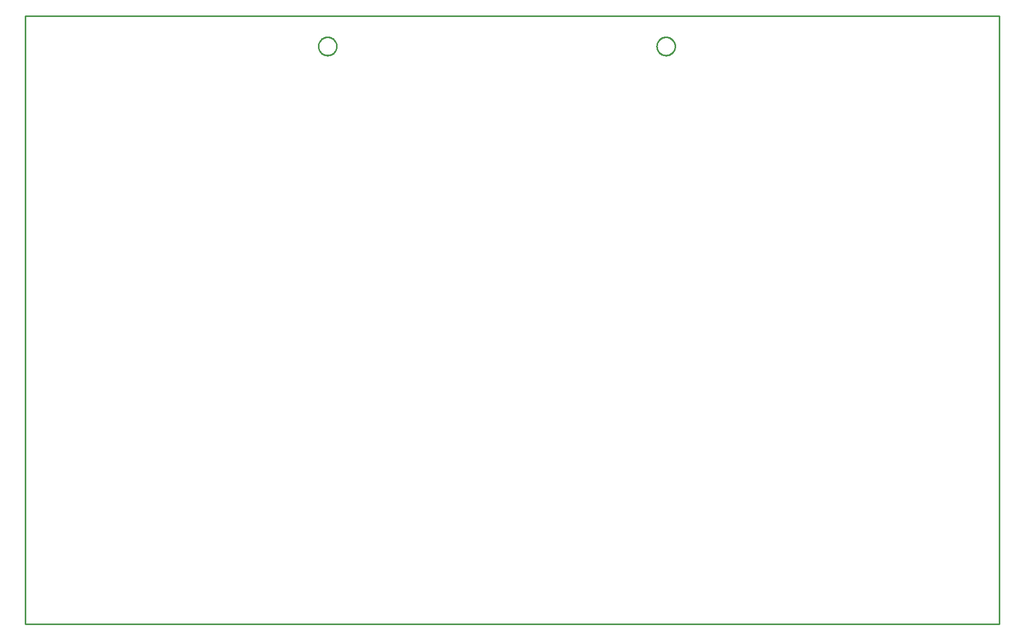
<source format=gbr>
G04 EAGLE Gerber RS-274X export*
G75*
%MOMM*%
%FSLAX34Y34*%
%LPD*%
%IN*%
%IPPOS*%
%AMOC8*
5,1,8,0,0,1.08239X$1,22.5*%
G01*
%ADD10C,0.254000*%


D10*
X0Y0D02*
X1600000Y0D01*
X1600000Y1000000D01*
X0Y1000000D01*
X0Y0D01*
X1067700Y949464D02*
X1067624Y948396D01*
X1067471Y947335D01*
X1067243Y946288D01*
X1066941Y945260D01*
X1066567Y944256D01*
X1066122Y943281D01*
X1065608Y942341D01*
X1065029Y941440D01*
X1064387Y940582D01*
X1063685Y939772D01*
X1062928Y939015D01*
X1062118Y938313D01*
X1061260Y937671D01*
X1060359Y937092D01*
X1059419Y936578D01*
X1058444Y936133D01*
X1057440Y935759D01*
X1056412Y935457D01*
X1055365Y935229D01*
X1054304Y935076D01*
X1053236Y935000D01*
X1052164Y935000D01*
X1051096Y935076D01*
X1050035Y935229D01*
X1048988Y935457D01*
X1047960Y935759D01*
X1046956Y936133D01*
X1045981Y936578D01*
X1045041Y937092D01*
X1044140Y937671D01*
X1043282Y938313D01*
X1042472Y939015D01*
X1041715Y939772D01*
X1041013Y940582D01*
X1040371Y941440D01*
X1039792Y942341D01*
X1039278Y943281D01*
X1038833Y944256D01*
X1038459Y945260D01*
X1038157Y946288D01*
X1037929Y947335D01*
X1037776Y948396D01*
X1037700Y949464D01*
X1037700Y950536D01*
X1037776Y951604D01*
X1037929Y952665D01*
X1038157Y953712D01*
X1038459Y954740D01*
X1038833Y955744D01*
X1039278Y956719D01*
X1039792Y957659D01*
X1040371Y958560D01*
X1041013Y959418D01*
X1041715Y960228D01*
X1042472Y960985D01*
X1043282Y961687D01*
X1044140Y962329D01*
X1045041Y962908D01*
X1045981Y963422D01*
X1046956Y963867D01*
X1047960Y964241D01*
X1048988Y964543D01*
X1050035Y964771D01*
X1051096Y964924D01*
X1052164Y965000D01*
X1053236Y965000D01*
X1054304Y964924D01*
X1055365Y964771D01*
X1056412Y964543D01*
X1057440Y964241D01*
X1058444Y963867D01*
X1059419Y963422D01*
X1060359Y962908D01*
X1061260Y962329D01*
X1062118Y961687D01*
X1062928Y960985D01*
X1063685Y960228D01*
X1064387Y959418D01*
X1065029Y958560D01*
X1065608Y957659D01*
X1066122Y956719D01*
X1066567Y955744D01*
X1066941Y954740D01*
X1067243Y953712D01*
X1067471Y952665D01*
X1067624Y951604D01*
X1067700Y950536D01*
X1067700Y949464D01*
X511700Y949464D02*
X511624Y948396D01*
X511471Y947335D01*
X511243Y946288D01*
X510941Y945260D01*
X510567Y944256D01*
X510122Y943281D01*
X509608Y942341D01*
X509029Y941440D01*
X508387Y940582D01*
X507685Y939772D01*
X506928Y939015D01*
X506118Y938313D01*
X505260Y937671D01*
X504359Y937092D01*
X503419Y936578D01*
X502444Y936133D01*
X501440Y935759D01*
X500412Y935457D01*
X499365Y935229D01*
X498304Y935076D01*
X497236Y935000D01*
X496164Y935000D01*
X495096Y935076D01*
X494035Y935229D01*
X492988Y935457D01*
X491960Y935759D01*
X490956Y936133D01*
X489981Y936578D01*
X489041Y937092D01*
X488140Y937671D01*
X487282Y938313D01*
X486472Y939015D01*
X485715Y939772D01*
X485013Y940582D01*
X484371Y941440D01*
X483792Y942341D01*
X483278Y943281D01*
X482833Y944256D01*
X482459Y945260D01*
X482157Y946288D01*
X481929Y947335D01*
X481776Y948396D01*
X481700Y949464D01*
X481700Y950536D01*
X481776Y951604D01*
X481929Y952665D01*
X482157Y953712D01*
X482459Y954740D01*
X482833Y955744D01*
X483278Y956719D01*
X483792Y957659D01*
X484371Y958560D01*
X485013Y959418D01*
X485715Y960228D01*
X486472Y960985D01*
X487282Y961687D01*
X488140Y962329D01*
X489041Y962908D01*
X489981Y963422D01*
X490956Y963867D01*
X491960Y964241D01*
X492988Y964543D01*
X494035Y964771D01*
X495096Y964924D01*
X496164Y965000D01*
X497236Y965000D01*
X498304Y964924D01*
X499365Y964771D01*
X500412Y964543D01*
X501440Y964241D01*
X502444Y963867D01*
X503419Y963422D01*
X504359Y962908D01*
X505260Y962329D01*
X506118Y961687D01*
X506928Y960985D01*
X507685Y960228D01*
X508387Y959418D01*
X509029Y958560D01*
X509608Y957659D01*
X510122Y956719D01*
X510567Y955744D01*
X510941Y954740D01*
X511243Y953712D01*
X511471Y952665D01*
X511624Y951604D01*
X511700Y950536D01*
X511700Y949464D01*
M02*

</source>
